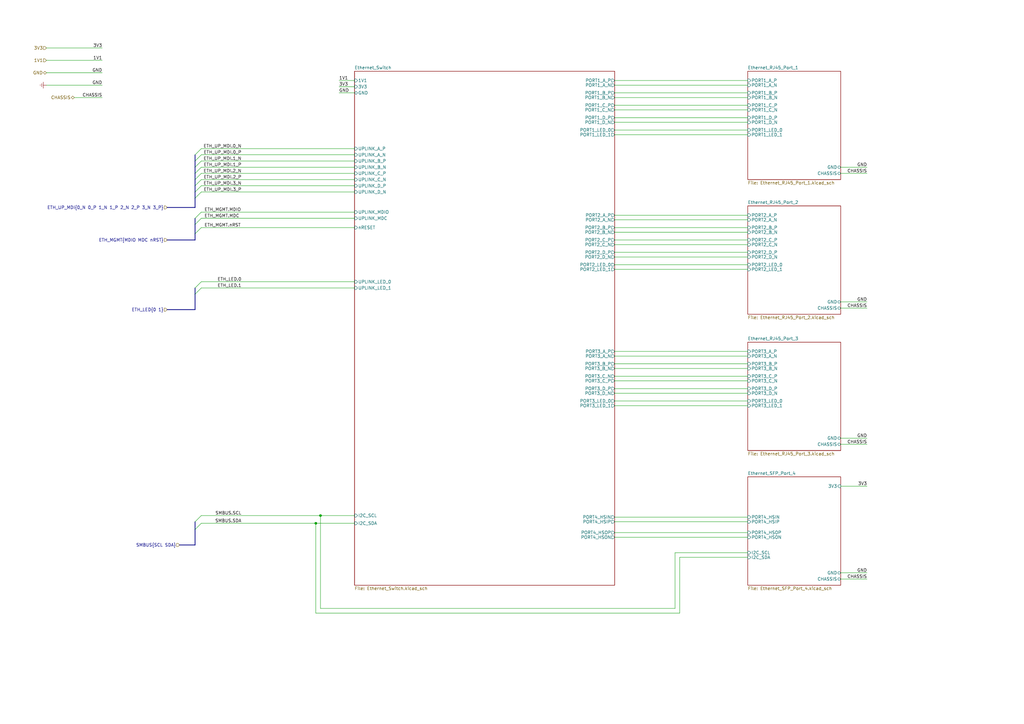
<source format=kicad_sch>
(kicad_sch (version 20230121) (generator eeschema)
  (paper "A3")
  (lib_symbols
    (symbol "power:GNDREF" (power) (pin_names (offset 0))
      (property "Value" "GNDREF" (at 0 -3.81 0))
      (symbol "GNDREF_0_1"
        (polyline (pts (xy -0.635 -1.905) (xy 0.635 -1.905)))
        (polyline (pts (xy -0.127 -2.54) (xy 0.127 -2.54)))
        (polyline (pts (xy 0 -1.27) (xy 0 0)))
        (polyline (pts (xy 1.27 -1.27) (xy -1.27 -1.27)))
      )
      (symbol "GNDREF_1_1"
        (pin power_in line (at 0 0 270) (length 0) hide (name "GNDREF") (number "1"))
      )
    )
  )
  (junction (at 129.54 214.63))
  (junction (at 131.445 211.455))
  (bus_entry (at 80.01 213.995) (size 2.54 -2.54))
  (bus_entry (at 80.01 63.5) (size 2.54 -2.54))
  (bus_entry (at 80.01 68.58) (size 2.54 -2.54))
  (bus_entry (at 80.01 217.17) (size 2.54 -2.54))
  (bus_entry (at 80.01 120.65) (size 2.54 -2.54))
  (bus_entry (at 80.01 76.2) (size 2.54 -2.54))
  (bus_entry (at 80.01 89.535) (size 2.54 -2.54))
  (bus_entry (at 80.01 81.28) (size 2.54 -2.54))
  (bus_entry (at 80.01 118.11) (size 2.54 -2.54))
  (bus_entry (at 80.01 92.075) (size 2.54 -2.54))
  (bus_entry (at 80.01 78.74) (size 2.54 -2.54))
  (bus_entry (at 80.01 66.04) (size 2.54 -2.54))
  (bus_entry (at 80.01 73.66) (size 2.54 -2.54))
  (bus_entry (at 80.01 71.12) (size 2.54 -2.54))
  (bus_entry (at 80.01 95.885) (size 2.54 -2.54))
  (wire (pts (xy 306.705 228.6) (xy 278.765 228.6)))
  (wire (pts (xy 82.55 68.58) (xy 145.415 68.58)))
  (bus (pts (xy 80.01 92.075) (xy 80.01 95.885)))
  (wire (pts (xy 252.095 88.265) (xy 306.705 88.265)))
  (wire (pts (xy 252.095 212.09) (xy 306.705 212.09)))
  (wire (pts (xy 41.91 19.685) (xy 19.05 19.685)))
  (bus (pts (xy 80.01 120.65) (xy 80.01 127)))
  (wire (pts (xy 131.445 249.555) (xy 276.86 249.555)))
  (wire (pts (xy 344.805 71.12) (xy 355.6 71.12)))
  (wire (pts (xy 129.54 251.46) (xy 129.54 214.63)))
  (wire (pts (xy 82.55 71.12) (xy 145.415 71.12)))
  (wire (pts (xy 252.095 154.305) (xy 306.705 154.305)))
  (wire (pts (xy 139.065 33.02) (xy 145.415 33.02)))
  (wire (pts (xy 82.55 86.995) (xy 145.415 86.995)))
  (bus (pts (xy 80.01 63.5) (xy 80.01 66.04)))
  (wire (pts (xy 82.55 214.63) (xy 129.54 214.63)))
  (wire (pts (xy 344.805 237.49) (xy 355.6 237.49)))
  (bus (pts (xy 80.01 66.04) (xy 80.01 68.58)))
  (bus (pts (xy 68.58 127) (xy 80.01 127)))
  (wire (pts (xy 252.095 103.505) (xy 306.705 103.505)))
  (wire (pts (xy 252.095 159.385) (xy 306.705 159.385)))
  (wire (pts (xy 252.095 50.165) (xy 306.705 50.165)))
  (bus (pts (xy 80.01 71.12) (xy 80.01 73.66)))
  (wire (pts (xy 145.415 35.56) (xy 139.065 35.56)))
  (wire (pts (xy 82.55 115.57) (xy 145.415 115.57)))
  (wire (pts (xy 252.095 93.345) (xy 306.705 93.345)))
  (wire (pts (xy 30.48 40.005) (xy 41.91 40.005)))
  (wire (pts (xy 252.095 110.49) (xy 306.705 110.49)))
  (wire (pts (xy 252.095 151.13) (xy 306.705 151.13)))
  (wire (pts (xy 82.55 93.345) (xy 145.415 93.345)))
  (wire (pts (xy 252.095 38.1) (xy 306.705 38.1)))
  (wire (pts (xy 252.095 149.225) (xy 306.705 149.225)))
  (wire (pts (xy 252.095 34.925) (xy 306.705 34.925)))
  (wire (pts (xy 252.095 40.005) (xy 306.705 40.005)))
  (bus (pts (xy 80.01 76.2) (xy 80.01 78.74)))
  (wire (pts (xy 344.805 182.245) (xy 355.6 182.245)))
  (wire (pts (xy 344.805 68.58) (xy 355.6 68.58)))
  (wire (pts (xy 252.095 48.26) (xy 306.705 48.26)))
  (wire (pts (xy 278.765 251.46) (xy 129.54 251.46)))
  (bus (pts (xy 80.01 217.17) (xy 80.01 223.52)))
  (wire (pts (xy 82.55 118.11) (xy 145.415 118.11)))
  (wire (pts (xy 276.86 226.695) (xy 306.705 226.695)))
  (wire (pts (xy 252.095 43.18) (xy 306.705 43.18)))
  (wire (pts (xy 252.095 90.17) (xy 306.705 90.17)))
  (wire (pts (xy 41.91 24.765) (xy 19.05 24.765)))
  (wire (pts (xy 82.55 63.5) (xy 145.415 63.5)))
  (bus (pts (xy 80.01 213.995) (xy 80.01 217.17)))
  (bus (pts (xy 80.01 95.885) (xy 80.01 98.425)))
  (wire (pts (xy 278.765 228.6) (xy 278.765 251.46)))
  (bus (pts (xy 68.58 98.425) (xy 80.01 98.425)))
  (wire (pts (xy 82.55 78.74) (xy 145.415 78.74)))
  (wire (pts (xy 252.095 156.21) (xy 306.705 156.21)))
  (bus (pts (xy 68.58 85.09) (xy 80.01 85.09)))
  (wire (pts (xy 344.805 123.825) (xy 355.6 123.825)))
  (wire (pts (xy 82.55 211.455) (xy 131.445 211.455)))
  (wire (pts (xy 145.415 38.1) (xy 139.065 38.1)))
  (wire (pts (xy 82.55 76.2) (xy 145.415 76.2)))
  (wire (pts (xy 344.805 126.365) (xy 355.6 126.365)))
  (wire (pts (xy 344.805 179.705) (xy 355.6 179.705)))
  (wire (pts (xy 129.54 214.63) (xy 145.415 214.63)))
  (wire (pts (xy 82.55 73.66) (xy 145.415 73.66)))
  (bus (pts (xy 80.01 78.74) (xy 80.01 81.28)))
  (wire (pts (xy 252.095 33.02) (xy 306.705 33.02)))
  (wire (pts (xy 252.095 213.995) (xy 306.705 213.995)))
  (wire (pts (xy 252.095 100.33) (xy 306.705 100.33)))
  (wire (pts (xy 252.095 55.245) (xy 306.705 55.245)))
  (wire (pts (xy 41.91 29.845) (xy 19.05 29.845)))
  (wire (pts (xy 344.805 234.95) (xy 355.6 234.95)))
  (bus (pts (xy 80.01 68.58) (xy 80.01 71.12)))
  (wire (pts (xy 252.095 146.05) (xy 306.705 146.05)))
  (wire (pts (xy 131.445 211.455) (xy 131.445 249.555)))
  (wire (pts (xy 252.095 105.41) (xy 306.705 105.41)))
  (bus (pts (xy 73.66 223.52) (xy 80.01 223.52)))
  (wire (pts (xy 252.095 218.44) (xy 306.705 218.44)))
  (wire (pts (xy 252.095 164.465) (xy 306.705 164.465)))
  (wire (pts (xy 41.91 34.925) (xy 19.05 34.925)))
  (wire (pts (xy 252.095 98.425) (xy 306.705 98.425)))
  (wire (pts (xy 252.095 220.345) (xy 306.705 220.345)))
  (wire (pts (xy 82.55 66.04) (xy 145.415 66.04)))
  (wire (pts (xy 252.095 53.34) (xy 306.705 53.34)))
  (wire (pts (xy 82.55 89.535) (xy 145.415 89.535)))
  (wire (pts (xy 252.095 108.585) (xy 306.705 108.585)))
  (wire (pts (xy 252.095 144.145) (xy 306.705 144.145)))
  (wire (pts (xy 252.095 161.29) (xy 306.705 161.29)))
  (wire (pts (xy 252.095 166.37) (xy 306.705 166.37)))
  (wire (pts (xy 131.445 211.455) (xy 145.415 211.455)))
  (wire (pts (xy 252.095 45.085) (xy 306.705 45.085)))
  (wire (pts (xy 344.805 199.39) (xy 355.6 199.39)))
  (wire (pts (xy 82.55 60.96) (xy 145.415 60.96)))
  (bus (pts (xy 80.01 89.535) (xy 80.01 92.075)))
  (bus (pts (xy 80.01 118.11) (xy 80.01 120.65)))
  (wire (pts (xy 276.86 249.555) (xy 276.86 226.695)))
  (bus (pts (xy 80.01 73.66) (xy 80.01 76.2)))
  (bus (pts (xy 80.01 81.28) (xy 80.01 85.09)))
  (wire (pts (xy 252.095 95.25) (xy 306.705 95.25)))
  (label "CHASSIS" (at 41.91 40.005 180))
  (label "3V3" (at 355.6 199.39 180))
  (label "GND" (at 355.6 68.58 180))
  (label "ETH_UP_MDI.3_P" (at 99.06 78.74 180))
  (label "ETH_UP_MDI.0_N" (at 99.06 60.96 180))
  (label "1V1" (at 139.065 33.02 0))
  (label "CHASSIS" (at 355.6 71.12 180))
  (label "SMBUS.SCL" (at 99.06 211.455 180))
  (label "ETH_MGMT.MDC" (at 83.82 89.535 0))
  (label "ETH_LED.0" (at 99.06 115.57 180))
  (label "SMBUS.SDA" (at 99.06 214.63 180))
  (label "ETH_UP_MDI.2_N" (at 99.06 71.12 180))
  (label "ETH_LED.1" (at 99.06 118.11 180))
  (label "CHASSIS" (at 355.6 126.365 180))
  (label "GND" (at 355.6 179.705 180))
  (label "ETH_UP_MDI.0_P" (at 99.06 63.5 180))
  (label "3V3" (at 41.91 19.685 180))
  (label "ETH_UP_MDI.1_P" (at 99.06 68.58 180))
  (label "ETH_UP_MDI.2_P" (at 99.06 73.66 180))
  (label "GND" (at 355.6 123.825 180))
  (label "1V1" (at 41.91 24.765 180))
  (label "ETH_MGMT.nRST" (at 83.82 93.345 0))
  (label "ETH_UP_MDI.3_N" (at 99.06 76.2 180))
  (label "GND" (at 41.91 34.925 180))
  (label "GND" (at 139.065 38.1 0))
  (label "ETH_MGMT.MDIO" (at 83.82 86.995 0))
  (label "ETH_UP_MDI.1_N" (at 99.06 66.04 180))
  (label "GND" (at 355.6 234.95 180))
  (label "3V3" (at 139.065 35.56 0))
  (label "CHASSIS" (at 355.6 182.245 180))
  (label "CHASSIS" (at 355.6 237.49 180))
  (label "GND" (at 41.91 29.845 180))
  (hierarchical_label "1V1" (shape input) (at 19.05 24.765 180))
  (hierarchical_label "GND" (shape bidirectional) (at 19.05 29.845 180))
  (hierarchical_label "ETH_UP_MDI{0_N 0_P 1_N 1_P 2_N 2_P 3_N 3_P}" (shape input) (at 68.58 85.09 180))
  (hierarchical_label "CHASSIS" (shape bidirectional) (at 30.48 40.005 180))
  (hierarchical_label "3V3" (shape input) (at 19.05 19.685 180))
  (hierarchical_label "ETH_LED{0 1}" (shape input) (at 68.58 127 180))
  (hierarchical_label "SMBUS{SCL SDA}" (shape input) (at 73.66 223.52 180))
  (hierarchical_label "ETH_MGMT{MDIO MDC nRST}" (shape input) (at 68.58 98.425 180))
  (symbol (lib_id "power:GNDREF") (at 19.05 34.925 270) (mirror x) (unit 1)
    (property "Reference" "#PWR052" (effects hide))
    (property "Value" "GNDREF" (effects hide))
  )
  (sheet (at 306.705 29.21) (size 38.1 44.45) (stroke (width 0.1524))
    (property "Sheetname" "Ethernet_RJ45_Port_1" (at 306.705 28.4984 0) (effects (justify left bottom)))
    (property "Sheetfile" "Ethernet_RJ45_Port_1.kicad_sch" (at 306.705 74.2446 0) (effects (justify left top)))
    (pin "PORT1_A_N" input (at 306.705 34.925 180))
    (pin "PORT1_A_P" input (at 306.705 33.02 180))
    (pin "GND" bidirectional (at 344.805 68.58 0))
    (pin "CHASSIS" bidirectional (at 344.805 71.12 0))
    (pin "PORT1_D_N" input (at 306.705 50.165 180))
    (pin "PORT1_D_P" input (at 306.705 48.26 180))
    (pin "PORT1_C_P" input (at 306.705 43.18 180))
    (pin "PORT1_LED_0" input (at 306.705 53.34 180))
    (pin "PORT1_B_P" input (at 306.705 38.1 180))
    (pin "PORT1_B_N" input (at 306.705 40.005 180))
    (pin "PORT1_LED_1" input (at 306.705 55.245 180))
    (pin "PORT1_C_N" input (at 306.705 45.085 180))
  )
  (sheet (at 306.705 140.335) (size 38.1 44.45) (stroke (width 0.1524))
    (property "Sheetname" "Ethernet_RJ45_Port_3" (at 306.705 139.6234 0) (effects (justify left bottom)))
    (property "Sheetfile" "Ethernet_RJ45_Port_3.kicad_sch" (at 306.705 185.3696 0) (effects (justify left top)))
    (pin "GND" bidirectional (at 344.805 179.705 0))
    (pin "CHASSIS" bidirectional (at 344.805 182.245 0))
    (pin "PORT3_A_N" input (at 306.705 146.05 180))
    (pin "PORT3_A_P" input (at 306.705 144.145 180))
    (pin "PORT3_C_P" input (at 306.705 154.305 180))
    (pin "PORT3_B_N" input (at 306.705 151.13 180))
    (pin "PORT3_B_P" input (at 306.705 149.225 180))
    (pin "PORT3_D_N" input (at 306.705 161.29 180))
    (pin "PORT3_C_N" input (at 306.705 156.21 180))
    (pin "PORT3_LED_1" input (at 306.705 166.37 180))
    (pin "PORT3_D_P" input (at 306.705 159.385 180))
    (pin "PORT3_LED_0" input (at 306.705 164.465 180))
  )
  (sheet (at 306.705 195.58) (size 38.1 44.45) (stroke (width 0.1524))
    (property "Sheetname" "Ethernet_SFP_Port_4" (at 306.705 194.8684 0) (effects (justify left bottom)))
    (property "Sheetfile" "Ethernet_SFP_Port_4.kicad_sch" (at 306.705 240.6146 0) (effects (justify left top)))
    (pin "GND" bidirectional (at 344.805 234.95 0))
    (pin "3V3" input (at 344.805 199.39 0))
    (pin "CHASSIS" bidirectional (at 344.805 237.49 0))
    (pin "PORT4_HSIN" input (at 306.705 212.09 180))
    (pin "PORT4_HSIP" input (at 306.705 213.995 180))
    (pin "PORT4_HSON" input (at 306.705 220.345 180))
    (pin "PORT4_HSOP" input (at 306.705 218.44 180))
    (pin "I2C_SCL" input (at 306.705 226.695 180))
    (pin "I2C_SDA" input (at 306.705 228.6 180))
  )
  (sheet (at 306.705 84.455) (size 38.1 44.45) (stroke (width 0.1524))
    (property "Sheetname" "Ethernet_RJ45_Port_2" (at 306.705 83.7434 0) (effects (justify left bottom)))
    (property "Sheetfile" "Ethernet_RJ45_Port_2.kicad_sch" (at 306.705 129.4896 0) (effects (justify left top)))
    (pin "PORT2_A_N" input (at 306.705 90.17 180))
    (pin "PORT2_B_P" input (at 306.705 93.345 180))
    (pin "PORT2_B_N" input (at 306.705 95.25 180))
    (pin "PORT2_A_P" input (at 306.705 88.265 180))
    (pin "CHASSIS" bidirectional (at 344.805 126.365 0))
    (pin "GND" bidirectional (at 344.805 123.825 0))
    (pin "PORT2_LED_1" input (at 306.705 110.49 180))
    (pin "PORT2_C_N" input (at 306.705 100.33 180))
    (pin "PORT2_D_P" input (at 306.705 103.505 180))
    (pin "PORT2_C_P" input (at 306.705 98.425 180))
    (pin "PORT2_D_N" input (at 306.705 105.41 180))
    (pin "PORT2_LED_0" input (at 306.705 108.585 180))
  )
  (sheet (at 145.415 29.21) (size 106.68 210.82) (stroke (width 0.1524))
    (property "Sheetname" "Ethernet_Switch" (at 145.415 28.4984 0) (effects (justify left bottom)))
    (property "Sheetfile" "Ethernet_Switch.kicad_sch" (at 145.415 240.6146 0) (effects (justify left top)))
    (pin "PORT4_HSOP" output (at 252.095 218.44 0))
    (pin "PORT4_HSON" output (at 252.095 220.345 0))
    (pin "PORT4_HSIN" output (at 252.095 212.09 0))
    (pin "PORT4_HSIP" output (at 252.095 213.995 0))
    (pin "PORT1_C_P" output (at 252.095 43.18 0))
    (pin "PORT1_A_N" output (at 252.095 34.925 0))
    (pin "PORT1_A_P" output (at 252.095 33.02 0))
    (pin "PORT1_B_N" output (at 252.095 40.005 0))
    (pin "PORT1_C_N" output (at 252.095 45.085 0))
    (pin "PORT1_B_P" output (at 252.095 38.1 0))
    (pin "PORT2_A_N" output (at 252.095 90.17 0))
    (pin "PORT2_B_N" output (at 252.095 95.25 0))
    (pin "PORT2_A_P" output (at 252.095 88.265 0))
    (pin "PORT2_B_P" output (at 252.095 93.345 0))
    (pin "PORT1_D_P" output (at 252.095 48.26 0))
    (pin "PORT1_LED_0" output (at 252.095 53.34 0))
    (pin "PORT1_LED_1" output (at 252.095 55.245 0))
    (pin "PORT1_D_N" output (at 252.095 50.165 0))
    (pin "PORT3_B_P" output (at 252.095 149.225 0))
    (pin "PORT3_A_N" output (at 252.095 146.05 0))
    (pin "PORT2_LED_0" output (at 252.095 108.585 0))
    (pin "PORT2_D_N" output (at 252.095 105.41 0))
    (pin "PORT3_B_N" output (at 252.095 151.13 0))
    (pin "PORT2_LED_1" output (at 252.095 110.49 0))
    (pin "PORT3_A_P" output (at 252.095 144.145 0))
    (pin "PORT2_C_N" output (at 252.095 100.33 0))
    (pin "PORT2_C_P" output (at 252.095 98.425 0))
    (pin "PORT2_D_P" output (at 252.095 103.505 0))
    (pin "PORT3_C_N" output (at 252.095 154.305 0))
    (pin "PORT3_C_P" output (at 252.095 156.21 0))
    (pin "PORT3_LED_1" output (at 252.095 166.37 0))
    (pin "PORT3_LED_0" output (at 252.095 164.465 0))
    (pin "PORT3_D_P" output (at 252.095 159.385 0))
    (pin "PORT3_D_N" output (at 252.095 161.29 0))
    (pin "UPLINK_A_P" input (at 145.415 60.96 180))
    (pin "UPLINK_B_P" input (at 145.415 66.04 180))
    (pin "UPLINK_C_N" input (at 145.415 73.66 180))
    (pin "UPLINK_B_N" input (at 145.415 68.58 180))
    (pin "UPLINK_C_P" input (at 145.415 71.12 180))
    (pin "UPLINK_A_N" input (at 145.415 63.5 180))
    (pin "1V1" input (at 145.415 33.02 180))
    (pin "3V3" input (at 145.415 35.56 180))
    (pin "GND" bidirectional (at 145.415 38.1 180))
    (pin "UPLINK_LED_1" input (at 145.415 118.11 180))
    (pin "UPLINK_D_P" input (at 145.415 76.2 180))
    (pin "UPLINK_LED_0" input (at 145.415 115.57 180))
    (pin "UPLINK_D_N" input (at 145.415 78.74 180))
    (pin "UPLINK_MDIO" input (at 145.415 86.995 180))
    (pin "UPLINK_MDC" input (at 145.415 89.535 180))
    (pin "I2C_SDA" input (at 145.415 214.63 180))
    (pin "I2C_SCL" input (at 145.415 211.455 180))
    (pin "nRESET" input (at 145.415 93.345 180))
  )
)
</source>
